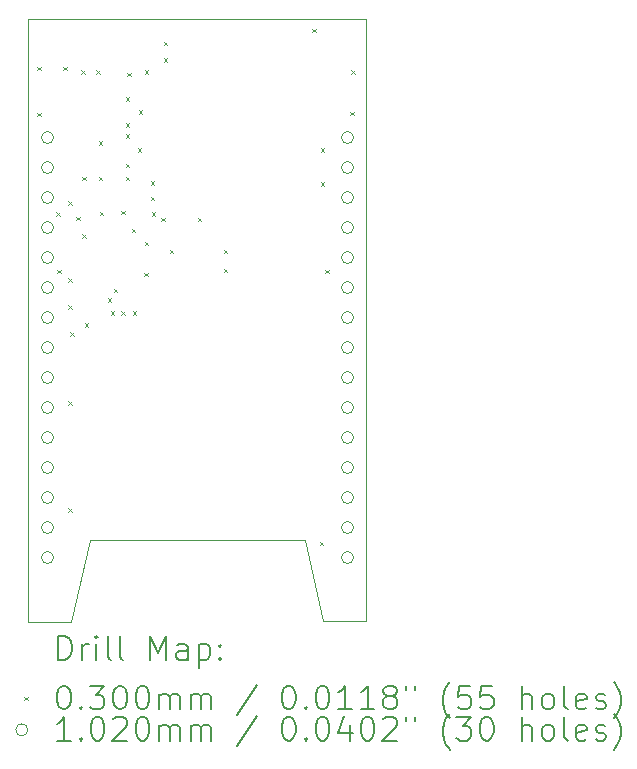
<source format=gbr>
%FSLAX45Y45*%
G04 Gerber Fmt 4.5, Leading zero omitted, Abs format (unit mm)*
G04 Created by KiCad (PCBNEW 6.0.2+dfsg-1) date 2024-02-25 21:38:01*
%MOMM*%
%LPD*%
G01*
G04 APERTURE LIST*
%TA.AperFunction,Profile*%
%ADD10C,0.100000*%
%TD*%
%ADD11C,0.200000*%
%ADD12C,0.030000*%
%ADD13C,0.102000*%
G04 APERTURE END LIST*
D10*
X14120000Y-12690000D02*
X13750000Y-12690000D01*
X13750000Y-12690000D02*
X13600000Y-12000000D01*
X13600000Y-12000000D02*
X11780000Y-12000000D01*
X11780000Y-12000000D02*
X11620000Y-12700000D01*
X11620000Y-12700000D02*
X11260000Y-12700000D01*
X11260000Y-12700000D02*
X11260000Y-7590000D01*
X11260000Y-7590000D02*
X14120000Y-7590000D01*
X14120000Y-7590000D02*
X14120000Y-12690000D01*
D11*
D12*
X11335000Y-7995000D02*
X11365000Y-8025000D01*
X11365000Y-7995000D02*
X11335000Y-8025000D01*
X11335000Y-8385000D02*
X11365000Y-8415000D01*
X11365000Y-8385000D02*
X11335000Y-8415000D01*
X11495000Y-9225000D02*
X11525000Y-9255000D01*
X11525000Y-9225000D02*
X11495000Y-9255000D01*
X11505000Y-9715000D02*
X11535000Y-9745000D01*
X11535000Y-9715000D02*
X11505000Y-9745000D01*
X11555000Y-7995000D02*
X11585000Y-8025000D01*
X11585000Y-7995000D02*
X11555000Y-8025000D01*
X11595000Y-9135000D02*
X11625000Y-9165000D01*
X11625000Y-9135000D02*
X11595000Y-9165000D01*
X11595000Y-9785000D02*
X11625000Y-9815000D01*
X11625000Y-9785000D02*
X11595000Y-9815000D01*
X11595000Y-10015000D02*
X11625000Y-10045000D01*
X11625000Y-10015000D02*
X11595000Y-10045000D01*
X11595000Y-10825000D02*
X11625000Y-10855000D01*
X11625000Y-10825000D02*
X11595000Y-10855000D01*
X11595000Y-11735000D02*
X11625000Y-11765000D01*
X11625000Y-11735000D02*
X11595000Y-11765000D01*
X11615000Y-10245000D02*
X11645000Y-10275000D01*
X11645000Y-10245000D02*
X11615000Y-10275000D01*
X11665000Y-9265000D02*
X11695000Y-9295000D01*
X11695000Y-9265000D02*
X11665000Y-9295000D01*
X11705000Y-8025000D02*
X11735000Y-8055000D01*
X11735000Y-8025000D02*
X11705000Y-8055000D01*
X11715000Y-8925000D02*
X11745000Y-8955000D01*
X11745000Y-8925000D02*
X11715000Y-8955000D01*
X11715000Y-9415000D02*
X11745000Y-9445000D01*
X11745000Y-9415000D02*
X11715000Y-9445000D01*
X11735000Y-10165000D02*
X11765000Y-10195000D01*
X11765000Y-10165000D02*
X11735000Y-10195000D01*
X11835000Y-8025000D02*
X11865000Y-8055000D01*
X11865000Y-8025000D02*
X11835000Y-8055000D01*
X11855000Y-8625000D02*
X11885000Y-8655000D01*
X11885000Y-8625000D02*
X11855000Y-8655000D01*
X11855000Y-8925000D02*
X11885000Y-8955000D01*
X11885000Y-8925000D02*
X11855000Y-8955000D01*
X11864012Y-9223759D02*
X11894012Y-9253759D01*
X11894012Y-9223759D02*
X11864012Y-9253759D01*
X11932450Y-9955000D02*
X11962450Y-9985000D01*
X11962450Y-9955000D02*
X11932450Y-9985000D01*
X11955000Y-10065000D02*
X11985000Y-10095000D01*
X11985000Y-10065000D02*
X11955000Y-10095000D01*
X11982450Y-9875000D02*
X12012450Y-9905000D01*
X12012450Y-9875000D02*
X11982450Y-9905000D01*
X12045000Y-9215000D02*
X12075000Y-9245000D01*
X12075000Y-9215000D02*
X12045000Y-9245000D01*
X12045000Y-10065000D02*
X12075000Y-10095000D01*
X12075000Y-10065000D02*
X12045000Y-10095000D01*
X12085000Y-8255000D02*
X12115000Y-8285000D01*
X12115000Y-8255000D02*
X12085000Y-8285000D01*
X12085000Y-8475000D02*
X12115000Y-8505000D01*
X12115000Y-8475000D02*
X12085000Y-8505000D01*
X12085000Y-8565000D02*
X12115000Y-8595000D01*
X12115000Y-8565000D02*
X12085000Y-8595000D01*
X12085000Y-8815000D02*
X12115000Y-8845000D01*
X12115000Y-8815000D02*
X12085000Y-8845000D01*
X12085000Y-8925000D02*
X12115000Y-8955000D01*
X12115000Y-8925000D02*
X12085000Y-8955000D01*
X12095000Y-8045000D02*
X12125000Y-8075000D01*
X12125000Y-8045000D02*
X12095000Y-8075000D01*
X12135000Y-9365000D02*
X12165000Y-9395000D01*
X12165000Y-9365000D02*
X12135000Y-9395000D01*
X12145000Y-10065000D02*
X12175000Y-10095000D01*
X12175000Y-10065000D02*
X12145000Y-10095000D01*
X12185000Y-8685000D02*
X12215000Y-8715000D01*
X12215000Y-8685000D02*
X12185000Y-8715000D01*
X12195000Y-8365000D02*
X12225000Y-8395000D01*
X12225000Y-8365000D02*
X12195000Y-8395000D01*
X12239123Y-9740453D02*
X12269123Y-9770453D01*
X12269123Y-9740453D02*
X12239123Y-9770453D01*
X12245000Y-8025000D02*
X12275000Y-8055000D01*
X12275000Y-8025000D02*
X12245000Y-8055000D01*
X12245000Y-9475000D02*
X12275000Y-9505000D01*
X12275000Y-9475000D02*
X12245000Y-9505000D01*
X12295000Y-8965000D02*
X12325000Y-8995000D01*
X12325000Y-8965000D02*
X12295000Y-8995000D01*
X12295000Y-9095000D02*
X12325000Y-9125000D01*
X12325000Y-9095000D02*
X12295000Y-9125000D01*
X12305000Y-9225000D02*
X12335000Y-9255000D01*
X12335000Y-9225000D02*
X12305000Y-9255000D01*
X12385000Y-9275000D02*
X12415000Y-9305000D01*
X12415000Y-9275000D02*
X12385000Y-9305000D01*
X12405000Y-7785000D02*
X12435000Y-7815000D01*
X12435000Y-7785000D02*
X12405000Y-7815000D01*
X12405000Y-7925000D02*
X12435000Y-7955000D01*
X12435000Y-7925000D02*
X12405000Y-7955000D01*
X12455000Y-9545000D02*
X12485000Y-9575000D01*
X12485000Y-9545000D02*
X12455000Y-9575000D01*
X12695000Y-9275000D02*
X12725000Y-9305000D01*
X12725000Y-9275000D02*
X12695000Y-9305000D01*
X12915000Y-9545000D02*
X12945000Y-9575000D01*
X12945000Y-9545000D02*
X12915000Y-9575000D01*
X12915000Y-9705000D02*
X12945000Y-9735000D01*
X12945000Y-9705000D02*
X12915000Y-9735000D01*
X13665000Y-7675000D02*
X13695000Y-7705000D01*
X13695000Y-7675000D02*
X13665000Y-7705000D01*
X13725000Y-12015000D02*
X13755000Y-12045000D01*
X13755000Y-12015000D02*
X13725000Y-12045000D01*
X13735000Y-8685000D02*
X13765000Y-8715000D01*
X13765000Y-8685000D02*
X13735000Y-8715000D01*
X13735000Y-8975000D02*
X13765000Y-9005000D01*
X13765000Y-8975000D02*
X13735000Y-9005000D01*
X13775000Y-9715000D02*
X13805000Y-9745000D01*
X13805000Y-9715000D02*
X13775000Y-9745000D01*
X13985000Y-8375000D02*
X14015000Y-8405000D01*
X14015000Y-8375000D02*
X13985000Y-8405000D01*
X13995000Y-8025000D02*
X14025000Y-8055000D01*
X14025000Y-8025000D02*
X13995000Y-8055000D01*
D13*
X11472500Y-8595000D02*
G75*
G03*
X11472500Y-8595000I-51000J0D01*
G01*
X11472500Y-8849000D02*
G75*
G03*
X11472500Y-8849000I-51000J0D01*
G01*
X11472500Y-9103000D02*
G75*
G03*
X11472500Y-9103000I-51000J0D01*
G01*
X11472500Y-9357000D02*
G75*
G03*
X11472500Y-9357000I-51000J0D01*
G01*
X11472500Y-9611000D02*
G75*
G03*
X11472500Y-9611000I-51000J0D01*
G01*
X11472500Y-9865000D02*
G75*
G03*
X11472500Y-9865000I-51000J0D01*
G01*
X11472500Y-10119000D02*
G75*
G03*
X11472500Y-10119000I-51000J0D01*
G01*
X11472500Y-10373000D02*
G75*
G03*
X11472500Y-10373000I-51000J0D01*
G01*
X11472500Y-10627000D02*
G75*
G03*
X11472500Y-10627000I-51000J0D01*
G01*
X11472500Y-10881000D02*
G75*
G03*
X11472500Y-10881000I-51000J0D01*
G01*
X11472500Y-11135000D02*
G75*
G03*
X11472500Y-11135000I-51000J0D01*
G01*
X11472500Y-11389000D02*
G75*
G03*
X11472500Y-11389000I-51000J0D01*
G01*
X11472500Y-11643000D02*
G75*
G03*
X11472500Y-11643000I-51000J0D01*
G01*
X11472500Y-11897000D02*
G75*
G03*
X11472500Y-11897000I-51000J0D01*
G01*
X11472500Y-12151000D02*
G75*
G03*
X11472500Y-12151000I-51000J0D01*
G01*
X14012500Y-8595000D02*
G75*
G03*
X14012500Y-8595000I-51000J0D01*
G01*
X14012500Y-8849000D02*
G75*
G03*
X14012500Y-8849000I-51000J0D01*
G01*
X14012500Y-9103000D02*
G75*
G03*
X14012500Y-9103000I-51000J0D01*
G01*
X14012500Y-9357000D02*
G75*
G03*
X14012500Y-9357000I-51000J0D01*
G01*
X14012500Y-9611000D02*
G75*
G03*
X14012500Y-9611000I-51000J0D01*
G01*
X14012500Y-9865000D02*
G75*
G03*
X14012500Y-9865000I-51000J0D01*
G01*
X14012500Y-10119000D02*
G75*
G03*
X14012500Y-10119000I-51000J0D01*
G01*
X14012500Y-10373000D02*
G75*
G03*
X14012500Y-10373000I-51000J0D01*
G01*
X14012500Y-10627000D02*
G75*
G03*
X14012500Y-10627000I-51000J0D01*
G01*
X14012500Y-10881000D02*
G75*
G03*
X14012500Y-10881000I-51000J0D01*
G01*
X14012500Y-11135000D02*
G75*
G03*
X14012500Y-11135000I-51000J0D01*
G01*
X14012500Y-11389000D02*
G75*
G03*
X14012500Y-11389000I-51000J0D01*
G01*
X14012500Y-11643000D02*
G75*
G03*
X14012500Y-11643000I-51000J0D01*
G01*
X14012500Y-11897000D02*
G75*
G03*
X14012500Y-11897000I-51000J0D01*
G01*
X14012500Y-12151000D02*
G75*
G03*
X14012500Y-12151000I-51000J0D01*
G01*
D11*
X11512619Y-13015476D02*
X11512619Y-12815476D01*
X11560238Y-12815476D01*
X11588809Y-12825000D01*
X11607857Y-12844048D01*
X11617381Y-12863095D01*
X11626905Y-12901190D01*
X11626905Y-12929762D01*
X11617381Y-12967857D01*
X11607857Y-12986905D01*
X11588809Y-13005952D01*
X11560238Y-13015476D01*
X11512619Y-13015476D01*
X11712619Y-13015476D02*
X11712619Y-12882143D01*
X11712619Y-12920238D02*
X11722143Y-12901190D01*
X11731667Y-12891667D01*
X11750714Y-12882143D01*
X11769762Y-12882143D01*
X11836428Y-13015476D02*
X11836428Y-12882143D01*
X11836428Y-12815476D02*
X11826905Y-12825000D01*
X11836428Y-12834524D01*
X11845952Y-12825000D01*
X11836428Y-12815476D01*
X11836428Y-12834524D01*
X11960238Y-13015476D02*
X11941190Y-13005952D01*
X11931667Y-12986905D01*
X11931667Y-12815476D01*
X12065000Y-13015476D02*
X12045952Y-13005952D01*
X12036428Y-12986905D01*
X12036428Y-12815476D01*
X12293571Y-13015476D02*
X12293571Y-12815476D01*
X12360238Y-12958333D01*
X12426905Y-12815476D01*
X12426905Y-13015476D01*
X12607857Y-13015476D02*
X12607857Y-12910714D01*
X12598333Y-12891667D01*
X12579286Y-12882143D01*
X12541190Y-12882143D01*
X12522143Y-12891667D01*
X12607857Y-13005952D02*
X12588809Y-13015476D01*
X12541190Y-13015476D01*
X12522143Y-13005952D01*
X12512619Y-12986905D01*
X12512619Y-12967857D01*
X12522143Y-12948809D01*
X12541190Y-12939286D01*
X12588809Y-12939286D01*
X12607857Y-12929762D01*
X12703095Y-12882143D02*
X12703095Y-13082143D01*
X12703095Y-12891667D02*
X12722143Y-12882143D01*
X12760238Y-12882143D01*
X12779286Y-12891667D01*
X12788809Y-12901190D01*
X12798333Y-12920238D01*
X12798333Y-12977381D01*
X12788809Y-12996428D01*
X12779286Y-13005952D01*
X12760238Y-13015476D01*
X12722143Y-13015476D01*
X12703095Y-13005952D01*
X12884048Y-12996428D02*
X12893571Y-13005952D01*
X12884048Y-13015476D01*
X12874524Y-13005952D01*
X12884048Y-12996428D01*
X12884048Y-13015476D01*
X12884048Y-12891667D02*
X12893571Y-12901190D01*
X12884048Y-12910714D01*
X12874524Y-12901190D01*
X12884048Y-12891667D01*
X12884048Y-12910714D01*
D12*
X11225000Y-13330000D02*
X11255000Y-13360000D01*
X11255000Y-13330000D02*
X11225000Y-13360000D01*
D11*
X11550714Y-13235476D02*
X11569762Y-13235476D01*
X11588809Y-13245000D01*
X11598333Y-13254524D01*
X11607857Y-13273571D01*
X11617381Y-13311667D01*
X11617381Y-13359286D01*
X11607857Y-13397381D01*
X11598333Y-13416428D01*
X11588809Y-13425952D01*
X11569762Y-13435476D01*
X11550714Y-13435476D01*
X11531667Y-13425952D01*
X11522143Y-13416428D01*
X11512619Y-13397381D01*
X11503095Y-13359286D01*
X11503095Y-13311667D01*
X11512619Y-13273571D01*
X11522143Y-13254524D01*
X11531667Y-13245000D01*
X11550714Y-13235476D01*
X11703095Y-13416428D02*
X11712619Y-13425952D01*
X11703095Y-13435476D01*
X11693571Y-13425952D01*
X11703095Y-13416428D01*
X11703095Y-13435476D01*
X11779286Y-13235476D02*
X11903095Y-13235476D01*
X11836428Y-13311667D01*
X11865000Y-13311667D01*
X11884048Y-13321190D01*
X11893571Y-13330714D01*
X11903095Y-13349762D01*
X11903095Y-13397381D01*
X11893571Y-13416428D01*
X11884048Y-13425952D01*
X11865000Y-13435476D01*
X11807857Y-13435476D01*
X11788809Y-13425952D01*
X11779286Y-13416428D01*
X12026905Y-13235476D02*
X12045952Y-13235476D01*
X12065000Y-13245000D01*
X12074524Y-13254524D01*
X12084048Y-13273571D01*
X12093571Y-13311667D01*
X12093571Y-13359286D01*
X12084048Y-13397381D01*
X12074524Y-13416428D01*
X12065000Y-13425952D01*
X12045952Y-13435476D01*
X12026905Y-13435476D01*
X12007857Y-13425952D01*
X11998333Y-13416428D01*
X11988809Y-13397381D01*
X11979286Y-13359286D01*
X11979286Y-13311667D01*
X11988809Y-13273571D01*
X11998333Y-13254524D01*
X12007857Y-13245000D01*
X12026905Y-13235476D01*
X12217381Y-13235476D02*
X12236428Y-13235476D01*
X12255476Y-13245000D01*
X12265000Y-13254524D01*
X12274524Y-13273571D01*
X12284048Y-13311667D01*
X12284048Y-13359286D01*
X12274524Y-13397381D01*
X12265000Y-13416428D01*
X12255476Y-13425952D01*
X12236428Y-13435476D01*
X12217381Y-13435476D01*
X12198333Y-13425952D01*
X12188809Y-13416428D01*
X12179286Y-13397381D01*
X12169762Y-13359286D01*
X12169762Y-13311667D01*
X12179286Y-13273571D01*
X12188809Y-13254524D01*
X12198333Y-13245000D01*
X12217381Y-13235476D01*
X12369762Y-13435476D02*
X12369762Y-13302143D01*
X12369762Y-13321190D02*
X12379286Y-13311667D01*
X12398333Y-13302143D01*
X12426905Y-13302143D01*
X12445952Y-13311667D01*
X12455476Y-13330714D01*
X12455476Y-13435476D01*
X12455476Y-13330714D02*
X12465000Y-13311667D01*
X12484048Y-13302143D01*
X12512619Y-13302143D01*
X12531667Y-13311667D01*
X12541190Y-13330714D01*
X12541190Y-13435476D01*
X12636428Y-13435476D02*
X12636428Y-13302143D01*
X12636428Y-13321190D02*
X12645952Y-13311667D01*
X12665000Y-13302143D01*
X12693571Y-13302143D01*
X12712619Y-13311667D01*
X12722143Y-13330714D01*
X12722143Y-13435476D01*
X12722143Y-13330714D02*
X12731667Y-13311667D01*
X12750714Y-13302143D01*
X12779286Y-13302143D01*
X12798333Y-13311667D01*
X12807857Y-13330714D01*
X12807857Y-13435476D01*
X13198333Y-13225952D02*
X13026905Y-13483095D01*
X13455476Y-13235476D02*
X13474524Y-13235476D01*
X13493571Y-13245000D01*
X13503095Y-13254524D01*
X13512619Y-13273571D01*
X13522143Y-13311667D01*
X13522143Y-13359286D01*
X13512619Y-13397381D01*
X13503095Y-13416428D01*
X13493571Y-13425952D01*
X13474524Y-13435476D01*
X13455476Y-13435476D01*
X13436428Y-13425952D01*
X13426905Y-13416428D01*
X13417381Y-13397381D01*
X13407857Y-13359286D01*
X13407857Y-13311667D01*
X13417381Y-13273571D01*
X13426905Y-13254524D01*
X13436428Y-13245000D01*
X13455476Y-13235476D01*
X13607857Y-13416428D02*
X13617381Y-13425952D01*
X13607857Y-13435476D01*
X13598333Y-13425952D01*
X13607857Y-13416428D01*
X13607857Y-13435476D01*
X13741190Y-13235476D02*
X13760238Y-13235476D01*
X13779286Y-13245000D01*
X13788809Y-13254524D01*
X13798333Y-13273571D01*
X13807857Y-13311667D01*
X13807857Y-13359286D01*
X13798333Y-13397381D01*
X13788809Y-13416428D01*
X13779286Y-13425952D01*
X13760238Y-13435476D01*
X13741190Y-13435476D01*
X13722143Y-13425952D01*
X13712619Y-13416428D01*
X13703095Y-13397381D01*
X13693571Y-13359286D01*
X13693571Y-13311667D01*
X13703095Y-13273571D01*
X13712619Y-13254524D01*
X13722143Y-13245000D01*
X13741190Y-13235476D01*
X13998333Y-13435476D02*
X13884048Y-13435476D01*
X13941190Y-13435476D02*
X13941190Y-13235476D01*
X13922143Y-13264048D01*
X13903095Y-13283095D01*
X13884048Y-13292619D01*
X14188809Y-13435476D02*
X14074524Y-13435476D01*
X14131667Y-13435476D02*
X14131667Y-13235476D01*
X14112619Y-13264048D01*
X14093571Y-13283095D01*
X14074524Y-13292619D01*
X14303095Y-13321190D02*
X14284048Y-13311667D01*
X14274524Y-13302143D01*
X14265000Y-13283095D01*
X14265000Y-13273571D01*
X14274524Y-13254524D01*
X14284048Y-13245000D01*
X14303095Y-13235476D01*
X14341190Y-13235476D01*
X14360238Y-13245000D01*
X14369762Y-13254524D01*
X14379286Y-13273571D01*
X14379286Y-13283095D01*
X14369762Y-13302143D01*
X14360238Y-13311667D01*
X14341190Y-13321190D01*
X14303095Y-13321190D01*
X14284048Y-13330714D01*
X14274524Y-13340238D01*
X14265000Y-13359286D01*
X14265000Y-13397381D01*
X14274524Y-13416428D01*
X14284048Y-13425952D01*
X14303095Y-13435476D01*
X14341190Y-13435476D01*
X14360238Y-13425952D01*
X14369762Y-13416428D01*
X14379286Y-13397381D01*
X14379286Y-13359286D01*
X14369762Y-13340238D01*
X14360238Y-13330714D01*
X14341190Y-13321190D01*
X14455476Y-13235476D02*
X14455476Y-13273571D01*
X14531667Y-13235476D02*
X14531667Y-13273571D01*
X14826905Y-13511667D02*
X14817381Y-13502143D01*
X14798333Y-13473571D01*
X14788809Y-13454524D01*
X14779286Y-13425952D01*
X14769762Y-13378333D01*
X14769762Y-13340238D01*
X14779286Y-13292619D01*
X14788809Y-13264048D01*
X14798333Y-13245000D01*
X14817381Y-13216428D01*
X14826905Y-13206905D01*
X14998333Y-13235476D02*
X14903095Y-13235476D01*
X14893571Y-13330714D01*
X14903095Y-13321190D01*
X14922143Y-13311667D01*
X14969762Y-13311667D01*
X14988809Y-13321190D01*
X14998333Y-13330714D01*
X15007857Y-13349762D01*
X15007857Y-13397381D01*
X14998333Y-13416428D01*
X14988809Y-13425952D01*
X14969762Y-13435476D01*
X14922143Y-13435476D01*
X14903095Y-13425952D01*
X14893571Y-13416428D01*
X15188809Y-13235476D02*
X15093571Y-13235476D01*
X15084048Y-13330714D01*
X15093571Y-13321190D01*
X15112619Y-13311667D01*
X15160238Y-13311667D01*
X15179286Y-13321190D01*
X15188809Y-13330714D01*
X15198333Y-13349762D01*
X15198333Y-13397381D01*
X15188809Y-13416428D01*
X15179286Y-13425952D01*
X15160238Y-13435476D01*
X15112619Y-13435476D01*
X15093571Y-13425952D01*
X15084048Y-13416428D01*
X15436428Y-13435476D02*
X15436428Y-13235476D01*
X15522143Y-13435476D02*
X15522143Y-13330714D01*
X15512619Y-13311667D01*
X15493571Y-13302143D01*
X15465000Y-13302143D01*
X15445952Y-13311667D01*
X15436428Y-13321190D01*
X15645952Y-13435476D02*
X15626905Y-13425952D01*
X15617381Y-13416428D01*
X15607857Y-13397381D01*
X15607857Y-13340238D01*
X15617381Y-13321190D01*
X15626905Y-13311667D01*
X15645952Y-13302143D01*
X15674524Y-13302143D01*
X15693571Y-13311667D01*
X15703095Y-13321190D01*
X15712619Y-13340238D01*
X15712619Y-13397381D01*
X15703095Y-13416428D01*
X15693571Y-13425952D01*
X15674524Y-13435476D01*
X15645952Y-13435476D01*
X15826905Y-13435476D02*
X15807857Y-13425952D01*
X15798333Y-13406905D01*
X15798333Y-13235476D01*
X15979286Y-13425952D02*
X15960238Y-13435476D01*
X15922143Y-13435476D01*
X15903095Y-13425952D01*
X15893571Y-13406905D01*
X15893571Y-13330714D01*
X15903095Y-13311667D01*
X15922143Y-13302143D01*
X15960238Y-13302143D01*
X15979286Y-13311667D01*
X15988809Y-13330714D01*
X15988809Y-13349762D01*
X15893571Y-13368809D01*
X16065000Y-13425952D02*
X16084048Y-13435476D01*
X16122143Y-13435476D01*
X16141190Y-13425952D01*
X16150714Y-13406905D01*
X16150714Y-13397381D01*
X16141190Y-13378333D01*
X16122143Y-13368809D01*
X16093571Y-13368809D01*
X16074524Y-13359286D01*
X16065000Y-13340238D01*
X16065000Y-13330714D01*
X16074524Y-13311667D01*
X16093571Y-13302143D01*
X16122143Y-13302143D01*
X16141190Y-13311667D01*
X16217381Y-13511667D02*
X16226905Y-13502143D01*
X16245952Y-13473571D01*
X16255476Y-13454524D01*
X16265000Y-13425952D01*
X16274524Y-13378333D01*
X16274524Y-13340238D01*
X16265000Y-13292619D01*
X16255476Y-13264048D01*
X16245952Y-13245000D01*
X16226905Y-13216428D01*
X16217381Y-13206905D01*
D13*
X11255000Y-13609000D02*
G75*
G03*
X11255000Y-13609000I-51000J0D01*
G01*
D11*
X11617381Y-13699476D02*
X11503095Y-13699476D01*
X11560238Y-13699476D02*
X11560238Y-13499476D01*
X11541190Y-13528048D01*
X11522143Y-13547095D01*
X11503095Y-13556619D01*
X11703095Y-13680428D02*
X11712619Y-13689952D01*
X11703095Y-13699476D01*
X11693571Y-13689952D01*
X11703095Y-13680428D01*
X11703095Y-13699476D01*
X11836428Y-13499476D02*
X11855476Y-13499476D01*
X11874524Y-13509000D01*
X11884048Y-13518524D01*
X11893571Y-13537571D01*
X11903095Y-13575667D01*
X11903095Y-13623286D01*
X11893571Y-13661381D01*
X11884048Y-13680428D01*
X11874524Y-13689952D01*
X11855476Y-13699476D01*
X11836428Y-13699476D01*
X11817381Y-13689952D01*
X11807857Y-13680428D01*
X11798333Y-13661381D01*
X11788809Y-13623286D01*
X11788809Y-13575667D01*
X11798333Y-13537571D01*
X11807857Y-13518524D01*
X11817381Y-13509000D01*
X11836428Y-13499476D01*
X11979286Y-13518524D02*
X11988809Y-13509000D01*
X12007857Y-13499476D01*
X12055476Y-13499476D01*
X12074524Y-13509000D01*
X12084048Y-13518524D01*
X12093571Y-13537571D01*
X12093571Y-13556619D01*
X12084048Y-13585190D01*
X11969762Y-13699476D01*
X12093571Y-13699476D01*
X12217381Y-13499476D02*
X12236428Y-13499476D01*
X12255476Y-13509000D01*
X12265000Y-13518524D01*
X12274524Y-13537571D01*
X12284048Y-13575667D01*
X12284048Y-13623286D01*
X12274524Y-13661381D01*
X12265000Y-13680428D01*
X12255476Y-13689952D01*
X12236428Y-13699476D01*
X12217381Y-13699476D01*
X12198333Y-13689952D01*
X12188809Y-13680428D01*
X12179286Y-13661381D01*
X12169762Y-13623286D01*
X12169762Y-13575667D01*
X12179286Y-13537571D01*
X12188809Y-13518524D01*
X12198333Y-13509000D01*
X12217381Y-13499476D01*
X12369762Y-13699476D02*
X12369762Y-13566143D01*
X12369762Y-13585190D02*
X12379286Y-13575667D01*
X12398333Y-13566143D01*
X12426905Y-13566143D01*
X12445952Y-13575667D01*
X12455476Y-13594714D01*
X12455476Y-13699476D01*
X12455476Y-13594714D02*
X12465000Y-13575667D01*
X12484048Y-13566143D01*
X12512619Y-13566143D01*
X12531667Y-13575667D01*
X12541190Y-13594714D01*
X12541190Y-13699476D01*
X12636428Y-13699476D02*
X12636428Y-13566143D01*
X12636428Y-13585190D02*
X12645952Y-13575667D01*
X12665000Y-13566143D01*
X12693571Y-13566143D01*
X12712619Y-13575667D01*
X12722143Y-13594714D01*
X12722143Y-13699476D01*
X12722143Y-13594714D02*
X12731667Y-13575667D01*
X12750714Y-13566143D01*
X12779286Y-13566143D01*
X12798333Y-13575667D01*
X12807857Y-13594714D01*
X12807857Y-13699476D01*
X13198333Y-13489952D02*
X13026905Y-13747095D01*
X13455476Y-13499476D02*
X13474524Y-13499476D01*
X13493571Y-13509000D01*
X13503095Y-13518524D01*
X13512619Y-13537571D01*
X13522143Y-13575667D01*
X13522143Y-13623286D01*
X13512619Y-13661381D01*
X13503095Y-13680428D01*
X13493571Y-13689952D01*
X13474524Y-13699476D01*
X13455476Y-13699476D01*
X13436428Y-13689952D01*
X13426905Y-13680428D01*
X13417381Y-13661381D01*
X13407857Y-13623286D01*
X13407857Y-13575667D01*
X13417381Y-13537571D01*
X13426905Y-13518524D01*
X13436428Y-13509000D01*
X13455476Y-13499476D01*
X13607857Y-13680428D02*
X13617381Y-13689952D01*
X13607857Y-13699476D01*
X13598333Y-13689952D01*
X13607857Y-13680428D01*
X13607857Y-13699476D01*
X13741190Y-13499476D02*
X13760238Y-13499476D01*
X13779286Y-13509000D01*
X13788809Y-13518524D01*
X13798333Y-13537571D01*
X13807857Y-13575667D01*
X13807857Y-13623286D01*
X13798333Y-13661381D01*
X13788809Y-13680428D01*
X13779286Y-13689952D01*
X13760238Y-13699476D01*
X13741190Y-13699476D01*
X13722143Y-13689952D01*
X13712619Y-13680428D01*
X13703095Y-13661381D01*
X13693571Y-13623286D01*
X13693571Y-13575667D01*
X13703095Y-13537571D01*
X13712619Y-13518524D01*
X13722143Y-13509000D01*
X13741190Y-13499476D01*
X13979286Y-13566143D02*
X13979286Y-13699476D01*
X13931667Y-13489952D02*
X13884048Y-13632809D01*
X14007857Y-13632809D01*
X14122143Y-13499476D02*
X14141190Y-13499476D01*
X14160238Y-13509000D01*
X14169762Y-13518524D01*
X14179286Y-13537571D01*
X14188809Y-13575667D01*
X14188809Y-13623286D01*
X14179286Y-13661381D01*
X14169762Y-13680428D01*
X14160238Y-13689952D01*
X14141190Y-13699476D01*
X14122143Y-13699476D01*
X14103095Y-13689952D01*
X14093571Y-13680428D01*
X14084048Y-13661381D01*
X14074524Y-13623286D01*
X14074524Y-13575667D01*
X14084048Y-13537571D01*
X14093571Y-13518524D01*
X14103095Y-13509000D01*
X14122143Y-13499476D01*
X14265000Y-13518524D02*
X14274524Y-13509000D01*
X14293571Y-13499476D01*
X14341190Y-13499476D01*
X14360238Y-13509000D01*
X14369762Y-13518524D01*
X14379286Y-13537571D01*
X14379286Y-13556619D01*
X14369762Y-13585190D01*
X14255476Y-13699476D01*
X14379286Y-13699476D01*
X14455476Y-13499476D02*
X14455476Y-13537571D01*
X14531667Y-13499476D02*
X14531667Y-13537571D01*
X14826905Y-13775667D02*
X14817381Y-13766143D01*
X14798333Y-13737571D01*
X14788809Y-13718524D01*
X14779286Y-13689952D01*
X14769762Y-13642333D01*
X14769762Y-13604238D01*
X14779286Y-13556619D01*
X14788809Y-13528048D01*
X14798333Y-13509000D01*
X14817381Y-13480428D01*
X14826905Y-13470905D01*
X14884048Y-13499476D02*
X15007857Y-13499476D01*
X14941190Y-13575667D01*
X14969762Y-13575667D01*
X14988809Y-13585190D01*
X14998333Y-13594714D01*
X15007857Y-13613762D01*
X15007857Y-13661381D01*
X14998333Y-13680428D01*
X14988809Y-13689952D01*
X14969762Y-13699476D01*
X14912619Y-13699476D01*
X14893571Y-13689952D01*
X14884048Y-13680428D01*
X15131667Y-13499476D02*
X15150714Y-13499476D01*
X15169762Y-13509000D01*
X15179286Y-13518524D01*
X15188809Y-13537571D01*
X15198333Y-13575667D01*
X15198333Y-13623286D01*
X15188809Y-13661381D01*
X15179286Y-13680428D01*
X15169762Y-13689952D01*
X15150714Y-13699476D01*
X15131667Y-13699476D01*
X15112619Y-13689952D01*
X15103095Y-13680428D01*
X15093571Y-13661381D01*
X15084048Y-13623286D01*
X15084048Y-13575667D01*
X15093571Y-13537571D01*
X15103095Y-13518524D01*
X15112619Y-13509000D01*
X15131667Y-13499476D01*
X15436428Y-13699476D02*
X15436428Y-13499476D01*
X15522143Y-13699476D02*
X15522143Y-13594714D01*
X15512619Y-13575667D01*
X15493571Y-13566143D01*
X15465000Y-13566143D01*
X15445952Y-13575667D01*
X15436428Y-13585190D01*
X15645952Y-13699476D02*
X15626905Y-13689952D01*
X15617381Y-13680428D01*
X15607857Y-13661381D01*
X15607857Y-13604238D01*
X15617381Y-13585190D01*
X15626905Y-13575667D01*
X15645952Y-13566143D01*
X15674524Y-13566143D01*
X15693571Y-13575667D01*
X15703095Y-13585190D01*
X15712619Y-13604238D01*
X15712619Y-13661381D01*
X15703095Y-13680428D01*
X15693571Y-13689952D01*
X15674524Y-13699476D01*
X15645952Y-13699476D01*
X15826905Y-13699476D02*
X15807857Y-13689952D01*
X15798333Y-13670905D01*
X15798333Y-13499476D01*
X15979286Y-13689952D02*
X15960238Y-13699476D01*
X15922143Y-13699476D01*
X15903095Y-13689952D01*
X15893571Y-13670905D01*
X15893571Y-13594714D01*
X15903095Y-13575667D01*
X15922143Y-13566143D01*
X15960238Y-13566143D01*
X15979286Y-13575667D01*
X15988809Y-13594714D01*
X15988809Y-13613762D01*
X15893571Y-13632809D01*
X16065000Y-13689952D02*
X16084048Y-13699476D01*
X16122143Y-13699476D01*
X16141190Y-13689952D01*
X16150714Y-13670905D01*
X16150714Y-13661381D01*
X16141190Y-13642333D01*
X16122143Y-13632809D01*
X16093571Y-13632809D01*
X16074524Y-13623286D01*
X16065000Y-13604238D01*
X16065000Y-13594714D01*
X16074524Y-13575667D01*
X16093571Y-13566143D01*
X16122143Y-13566143D01*
X16141190Y-13575667D01*
X16217381Y-13775667D02*
X16226905Y-13766143D01*
X16245952Y-13737571D01*
X16255476Y-13718524D01*
X16265000Y-13689952D01*
X16274524Y-13642333D01*
X16274524Y-13604238D01*
X16265000Y-13556619D01*
X16255476Y-13528048D01*
X16245952Y-13509000D01*
X16226905Y-13480428D01*
X16217381Y-13470905D01*
M02*

</source>
